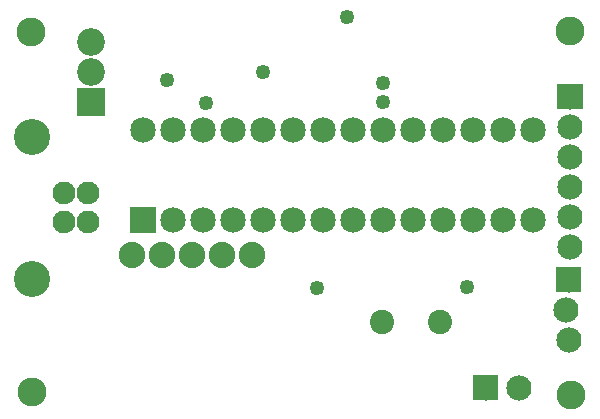
<source format=gbs>
G04 MADE WITH FRITZING*
G04 WWW.FRITZING.ORG*
G04 DOUBLE SIDED*
G04 HOLES PLATED*
G04 CONTOUR ON CENTER OF CONTOUR VECTOR*
%ASAXBY*%
%FSLAX23Y23*%
%MOIN*%
%OFA0B0*%
%SFA1.0B1.0*%
%ADD10C,0.049370*%
%ADD11C,0.096614*%
%ADD12C,0.085000*%
%ADD13C,0.080925*%
%ADD14C,0.080866*%
%ADD15C,0.092000*%
%ADD16C,0.088000*%
%ADD17C,0.084000*%
%ADD18C,0.076000*%
%ADD19C,0.120000*%
%ADD20R,0.085000X0.085000*%
%ADD21R,0.092000X0.092000*%
%ADD22R,0.001000X0.001000*%
%LNMASK0*%
G90*
G70*
G54D10*
X1035Y433D03*
X1534Y437D03*
X1254Y1116D03*
X664Y1050D03*
X1255Y1052D03*
X855Y1152D03*
X535Y1124D03*
X1134Y1336D03*
G54D11*
X1883Y77D03*
X84Y84D03*
X1877Y1288D03*
X83Y1287D03*
G54D12*
X455Y659D03*
X455Y959D03*
X555Y659D03*
X555Y959D03*
X655Y659D03*
X655Y959D03*
X755Y659D03*
X755Y959D03*
X855Y659D03*
X855Y959D03*
X955Y659D03*
X955Y959D03*
X1055Y659D03*
X1055Y959D03*
X1155Y659D03*
X1155Y959D03*
X1255Y659D03*
X1255Y959D03*
X1355Y659D03*
X1355Y959D03*
X1455Y659D03*
X1455Y959D03*
X1555Y659D03*
X1555Y959D03*
X1655Y659D03*
X1655Y959D03*
X1755Y659D03*
X1755Y959D03*
G54D13*
X1253Y318D03*
G54D14*
X1446Y318D03*
G54D15*
X282Y1052D03*
X282Y1152D03*
X282Y1252D03*
G54D16*
X418Y543D03*
X518Y543D03*
X618Y543D03*
X718Y543D03*
X818Y543D03*
G54D17*
X1880Y1070D03*
X1880Y970D03*
X1880Y870D03*
X1880Y770D03*
X1880Y670D03*
X1880Y570D03*
X1875Y459D03*
X1865Y359D03*
X1875Y259D03*
X1598Y99D03*
X1708Y99D03*
G54D18*
X271Y651D03*
X271Y750D03*
X193Y750D03*
X193Y651D03*
G54D19*
X86Y463D03*
X86Y937D03*
G54D20*
X455Y659D03*
G54D21*
X282Y1052D03*
G54D22*
X1838Y1112D02*
X1920Y1112D01*
X1837Y1111D02*
X1920Y1111D01*
X1837Y1110D02*
X1920Y1110D01*
X1837Y1109D02*
X1920Y1109D01*
X1837Y1108D02*
X1920Y1108D01*
X1837Y1107D02*
X1920Y1107D01*
X1837Y1106D02*
X1920Y1106D01*
X1837Y1105D02*
X1920Y1105D01*
X1837Y1104D02*
X1920Y1104D01*
X1837Y1103D02*
X1920Y1103D01*
X1837Y1102D02*
X1920Y1102D01*
X1837Y1101D02*
X1920Y1101D01*
X1837Y1100D02*
X1920Y1100D01*
X1837Y1099D02*
X1920Y1099D01*
X1837Y1098D02*
X1920Y1098D01*
X1837Y1097D02*
X1920Y1097D01*
X1837Y1096D02*
X1920Y1096D01*
X1837Y1095D02*
X1920Y1095D01*
X1837Y1094D02*
X1920Y1094D01*
X1837Y1093D02*
X1920Y1093D01*
X1837Y1092D02*
X1920Y1092D01*
X1837Y1091D02*
X1920Y1091D01*
X1837Y1090D02*
X1920Y1090D01*
X1837Y1089D02*
X1920Y1089D01*
X1837Y1088D02*
X1920Y1088D01*
X1837Y1087D02*
X1920Y1087D01*
X1837Y1086D02*
X1920Y1086D01*
X1837Y1085D02*
X1875Y1085D01*
X1883Y1085D02*
X1920Y1085D01*
X1837Y1084D02*
X1872Y1084D01*
X1886Y1084D02*
X1920Y1084D01*
X1837Y1083D02*
X1870Y1083D01*
X1888Y1083D02*
X1920Y1083D01*
X1837Y1082D02*
X1868Y1082D01*
X1889Y1082D02*
X1920Y1082D01*
X1837Y1081D02*
X1867Y1081D01*
X1890Y1081D02*
X1920Y1081D01*
X1837Y1080D02*
X1867Y1080D01*
X1891Y1080D02*
X1920Y1080D01*
X1837Y1079D02*
X1866Y1079D01*
X1892Y1079D02*
X1920Y1079D01*
X1837Y1078D02*
X1865Y1078D01*
X1893Y1078D02*
X1920Y1078D01*
X1837Y1077D02*
X1865Y1077D01*
X1893Y1077D02*
X1920Y1077D01*
X1837Y1076D02*
X1864Y1076D01*
X1894Y1076D02*
X1920Y1076D01*
X1837Y1075D02*
X1864Y1075D01*
X1894Y1075D02*
X1920Y1075D01*
X1837Y1074D02*
X1864Y1074D01*
X1894Y1074D02*
X1920Y1074D01*
X1837Y1073D02*
X1864Y1073D01*
X1894Y1073D02*
X1920Y1073D01*
X1837Y1072D02*
X1864Y1072D01*
X1894Y1072D02*
X1920Y1072D01*
X1837Y1071D02*
X1863Y1071D01*
X1894Y1071D02*
X1920Y1071D01*
X1837Y1070D02*
X1863Y1070D01*
X1894Y1070D02*
X1920Y1070D01*
X1837Y1069D02*
X1864Y1069D01*
X1894Y1069D02*
X1920Y1069D01*
X1837Y1068D02*
X1864Y1068D01*
X1894Y1068D02*
X1920Y1068D01*
X1837Y1067D02*
X1864Y1067D01*
X1894Y1067D02*
X1920Y1067D01*
X1837Y1066D02*
X1864Y1066D01*
X1894Y1066D02*
X1920Y1066D01*
X1837Y1065D02*
X1864Y1065D01*
X1894Y1065D02*
X1920Y1065D01*
X1837Y1064D02*
X1865Y1064D01*
X1893Y1064D02*
X1920Y1064D01*
X1837Y1063D02*
X1865Y1063D01*
X1893Y1063D02*
X1920Y1063D01*
X1837Y1062D02*
X1866Y1062D01*
X1892Y1062D02*
X1920Y1062D01*
X1837Y1061D02*
X1866Y1061D01*
X1892Y1061D02*
X1920Y1061D01*
X1837Y1060D02*
X1867Y1060D01*
X1891Y1060D02*
X1920Y1060D01*
X1837Y1059D02*
X1868Y1059D01*
X1890Y1059D02*
X1920Y1059D01*
X1837Y1058D02*
X1869Y1058D01*
X1889Y1058D02*
X1920Y1058D01*
X1837Y1057D02*
X1871Y1057D01*
X1887Y1057D02*
X1920Y1057D01*
X1837Y1056D02*
X1874Y1056D01*
X1884Y1056D02*
X1920Y1056D01*
X1837Y1055D02*
X1920Y1055D01*
X1837Y1054D02*
X1920Y1054D01*
X1837Y1053D02*
X1920Y1053D01*
X1837Y1052D02*
X1920Y1052D01*
X1837Y1051D02*
X1920Y1051D01*
X1837Y1050D02*
X1920Y1050D01*
X1837Y1049D02*
X1920Y1049D01*
X1837Y1048D02*
X1920Y1048D01*
X1837Y1047D02*
X1920Y1047D01*
X1837Y1046D02*
X1920Y1046D01*
X1837Y1045D02*
X1920Y1045D01*
X1837Y1044D02*
X1920Y1044D01*
X1837Y1043D02*
X1920Y1043D01*
X1837Y1042D02*
X1920Y1042D01*
X1837Y1041D02*
X1920Y1041D01*
X1837Y1040D02*
X1920Y1040D01*
X1837Y1039D02*
X1920Y1039D01*
X1837Y1038D02*
X1920Y1038D01*
X1837Y1037D02*
X1920Y1037D01*
X1837Y1036D02*
X1920Y1036D01*
X1837Y1035D02*
X1920Y1035D01*
X1837Y1034D02*
X1920Y1034D01*
X1837Y1033D02*
X1920Y1033D01*
X1837Y1032D02*
X1920Y1032D01*
X1837Y1031D02*
X1920Y1031D01*
X1837Y1030D02*
X1920Y1030D01*
X1837Y1029D02*
X1920Y1029D01*
X1833Y502D02*
X1915Y502D01*
X1832Y501D02*
X1915Y501D01*
X1832Y500D02*
X1915Y500D01*
X1832Y499D02*
X1915Y499D01*
X1832Y498D02*
X1915Y498D01*
X1832Y497D02*
X1915Y497D01*
X1832Y496D02*
X1915Y496D01*
X1832Y495D02*
X1915Y495D01*
X1832Y494D02*
X1915Y494D01*
X1832Y493D02*
X1915Y493D01*
X1832Y492D02*
X1915Y492D01*
X1832Y491D02*
X1915Y491D01*
X1832Y490D02*
X1915Y490D01*
X1832Y489D02*
X1915Y489D01*
X1832Y488D02*
X1915Y488D01*
X1832Y487D02*
X1915Y487D01*
X1832Y486D02*
X1915Y486D01*
X1832Y485D02*
X1915Y485D01*
X1832Y484D02*
X1915Y484D01*
X1832Y483D02*
X1915Y483D01*
X1832Y482D02*
X1915Y482D01*
X1832Y481D02*
X1915Y481D01*
X1832Y480D02*
X1915Y480D01*
X1832Y479D02*
X1915Y479D01*
X1832Y478D02*
X1915Y478D01*
X1832Y477D02*
X1915Y477D01*
X1832Y476D02*
X1915Y476D01*
X1832Y475D02*
X1871Y475D01*
X1877Y475D02*
X1915Y475D01*
X1832Y474D02*
X1867Y474D01*
X1881Y474D02*
X1915Y474D01*
X1832Y473D02*
X1865Y473D01*
X1883Y473D02*
X1915Y473D01*
X1832Y472D02*
X1864Y472D01*
X1884Y472D02*
X1915Y472D01*
X1832Y471D02*
X1863Y471D01*
X1885Y471D02*
X1915Y471D01*
X1832Y470D02*
X1862Y470D01*
X1886Y470D02*
X1915Y470D01*
X1832Y469D02*
X1861Y469D01*
X1887Y469D02*
X1915Y469D01*
X1832Y468D02*
X1860Y468D01*
X1888Y468D02*
X1915Y468D01*
X1832Y467D02*
X1860Y467D01*
X1888Y467D02*
X1915Y467D01*
X1832Y466D02*
X1859Y466D01*
X1888Y466D02*
X1915Y466D01*
X1832Y465D02*
X1859Y465D01*
X1889Y465D02*
X1915Y465D01*
X1832Y464D02*
X1859Y464D01*
X1889Y464D02*
X1915Y464D01*
X1832Y463D02*
X1859Y463D01*
X1889Y463D02*
X1915Y463D01*
X1832Y462D02*
X1859Y462D01*
X1889Y462D02*
X1915Y462D01*
X1832Y461D02*
X1858Y461D01*
X1889Y461D02*
X1915Y461D01*
X1832Y460D02*
X1858Y460D01*
X1889Y460D02*
X1915Y460D01*
X1832Y459D02*
X1858Y459D01*
X1889Y459D02*
X1915Y459D01*
X1832Y458D02*
X1859Y458D01*
X1889Y458D02*
X1915Y458D01*
X1832Y457D02*
X1859Y457D01*
X1889Y457D02*
X1915Y457D01*
X1832Y456D02*
X1859Y456D01*
X1889Y456D02*
X1915Y456D01*
X1832Y455D02*
X1859Y455D01*
X1889Y455D02*
X1915Y455D01*
X1832Y454D02*
X1860Y454D01*
X1888Y454D02*
X1915Y454D01*
X1832Y453D02*
X1860Y453D01*
X1888Y453D02*
X1915Y453D01*
X1832Y452D02*
X1861Y452D01*
X1887Y452D02*
X1915Y452D01*
X1832Y451D02*
X1861Y451D01*
X1887Y451D02*
X1915Y451D01*
X1832Y450D02*
X1862Y450D01*
X1886Y450D02*
X1915Y450D01*
X1832Y449D02*
X1863Y449D01*
X1885Y449D02*
X1915Y449D01*
X1832Y448D02*
X1864Y448D01*
X1884Y448D02*
X1915Y448D01*
X1832Y447D02*
X1866Y447D01*
X1882Y447D02*
X1915Y447D01*
X1832Y446D02*
X1868Y446D01*
X1880Y446D02*
X1915Y446D01*
X1832Y445D02*
X1915Y445D01*
X1832Y444D02*
X1915Y444D01*
X1832Y443D02*
X1915Y443D01*
X1832Y442D02*
X1915Y442D01*
X1832Y441D02*
X1915Y441D01*
X1832Y440D02*
X1915Y440D01*
X1832Y439D02*
X1915Y439D01*
X1832Y438D02*
X1915Y438D01*
X1832Y437D02*
X1915Y437D01*
X1832Y436D02*
X1915Y436D01*
X1832Y435D02*
X1915Y435D01*
X1832Y434D02*
X1915Y434D01*
X1832Y433D02*
X1915Y433D01*
X1832Y432D02*
X1915Y432D01*
X1832Y431D02*
X1915Y431D01*
X1832Y430D02*
X1915Y430D01*
X1832Y429D02*
X1915Y429D01*
X1832Y428D02*
X1915Y428D01*
X1832Y427D02*
X1915Y427D01*
X1832Y426D02*
X1915Y426D01*
X1832Y425D02*
X1915Y425D01*
X1832Y424D02*
X1915Y424D01*
X1832Y423D02*
X1915Y423D01*
X1832Y422D02*
X1915Y422D01*
X1832Y421D02*
X1915Y421D01*
X1832Y420D02*
X1915Y420D01*
X1832Y419D02*
X1915Y419D01*
X1556Y141D02*
X1639Y141D01*
X1556Y140D02*
X1639Y140D01*
X1556Y139D02*
X1639Y139D01*
X1556Y138D02*
X1639Y138D01*
X1556Y137D02*
X1639Y137D01*
X1556Y136D02*
X1639Y136D01*
X1556Y135D02*
X1639Y135D01*
X1556Y134D02*
X1639Y134D01*
X1556Y133D02*
X1639Y133D01*
X1556Y132D02*
X1639Y132D01*
X1556Y131D02*
X1639Y131D01*
X1556Y130D02*
X1639Y130D01*
X1556Y129D02*
X1639Y129D01*
X1556Y128D02*
X1639Y128D01*
X1556Y127D02*
X1639Y127D01*
X1556Y126D02*
X1639Y126D01*
X1556Y125D02*
X1639Y125D01*
X1556Y124D02*
X1639Y124D01*
X1556Y123D02*
X1639Y123D01*
X1556Y122D02*
X1639Y122D01*
X1556Y121D02*
X1639Y121D01*
X1556Y120D02*
X1639Y120D01*
X1556Y119D02*
X1639Y119D01*
X1556Y118D02*
X1639Y118D01*
X1556Y117D02*
X1639Y117D01*
X1556Y116D02*
X1639Y116D01*
X1556Y115D02*
X1639Y115D01*
X1556Y114D02*
X1591Y114D01*
X1603Y114D02*
X1639Y114D01*
X1556Y113D02*
X1589Y113D01*
X1605Y113D02*
X1639Y113D01*
X1556Y112D02*
X1587Y112D01*
X1607Y112D02*
X1639Y112D01*
X1556Y111D02*
X1586Y111D01*
X1608Y111D02*
X1639Y111D01*
X1556Y110D02*
X1585Y110D01*
X1609Y110D02*
X1639Y110D01*
X1556Y109D02*
X1584Y109D01*
X1610Y109D02*
X1639Y109D01*
X1556Y108D02*
X1584Y108D01*
X1610Y108D02*
X1639Y108D01*
X1556Y107D02*
X1583Y107D01*
X1611Y107D02*
X1639Y107D01*
X1556Y106D02*
X1583Y106D01*
X1611Y106D02*
X1639Y106D01*
X1556Y105D02*
X1582Y105D01*
X1612Y105D02*
X1639Y105D01*
X1556Y104D02*
X1582Y104D01*
X1612Y104D02*
X1639Y104D01*
X1556Y103D02*
X1582Y103D01*
X1612Y103D02*
X1639Y103D01*
X1556Y102D02*
X1582Y102D01*
X1612Y102D02*
X1639Y102D01*
X1556Y101D02*
X1582Y101D01*
X1612Y101D02*
X1639Y101D01*
X1556Y100D02*
X1582Y100D01*
X1612Y100D02*
X1639Y100D01*
X1556Y99D02*
X1582Y99D01*
X1612Y99D02*
X1639Y99D01*
X1556Y98D02*
X1582Y98D01*
X1612Y98D02*
X1639Y98D01*
X1556Y97D02*
X1582Y97D01*
X1612Y97D02*
X1639Y97D01*
X1556Y96D02*
X1582Y96D01*
X1612Y96D02*
X1639Y96D01*
X1556Y95D02*
X1582Y95D01*
X1612Y95D02*
X1639Y95D01*
X1556Y94D02*
X1583Y94D01*
X1611Y94D02*
X1639Y94D01*
X1556Y93D02*
X1583Y93D01*
X1611Y93D02*
X1639Y93D01*
X1556Y92D02*
X1583Y92D01*
X1611Y92D02*
X1639Y92D01*
X1556Y91D02*
X1584Y91D01*
X1610Y91D02*
X1639Y91D01*
X1556Y90D02*
X1585Y90D01*
X1609Y90D02*
X1639Y90D01*
X1556Y89D02*
X1586Y89D01*
X1608Y89D02*
X1639Y89D01*
X1556Y88D02*
X1587Y88D01*
X1607Y88D02*
X1639Y88D01*
X1556Y87D02*
X1588Y87D01*
X1606Y87D02*
X1639Y87D01*
X1556Y86D02*
X1591Y86D01*
X1603Y86D02*
X1639Y86D01*
X1556Y85D02*
X1595Y85D01*
X1599Y85D02*
X1639Y85D01*
X1556Y84D02*
X1639Y84D01*
X1556Y83D02*
X1639Y83D01*
X1556Y82D02*
X1639Y82D01*
X1556Y81D02*
X1639Y81D01*
X1556Y80D02*
X1639Y80D01*
X1556Y79D02*
X1639Y79D01*
X1556Y78D02*
X1639Y78D01*
X1556Y77D02*
X1639Y77D01*
X1556Y76D02*
X1639Y76D01*
X1556Y75D02*
X1639Y75D01*
X1556Y74D02*
X1639Y74D01*
X1556Y73D02*
X1639Y73D01*
X1556Y72D02*
X1639Y72D01*
X1556Y71D02*
X1639Y71D01*
X1556Y70D02*
X1639Y70D01*
X1556Y69D02*
X1639Y69D01*
X1556Y68D02*
X1639Y68D01*
X1556Y67D02*
X1639Y67D01*
X1556Y66D02*
X1639Y66D01*
X1556Y65D02*
X1639Y65D01*
X1556Y64D02*
X1639Y64D01*
X1556Y63D02*
X1639Y63D01*
X1556Y62D02*
X1639Y62D01*
X1556Y61D02*
X1639Y61D01*
X1556Y60D02*
X1639Y60D01*
X1556Y59D02*
X1639Y59D01*
X1556Y58D02*
X1638Y58D01*
D02*
G04 End of Mask0*
M02*
</source>
